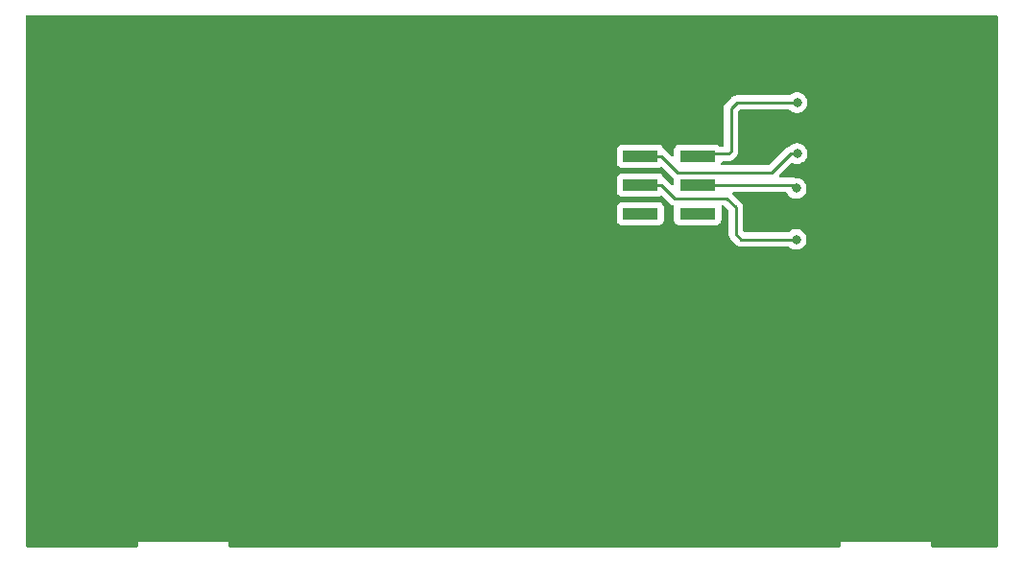
<source format=gbr>
G04 #@! TF.GenerationSoftware,KiCad,Pcbnew,(6.0.0)*
G04 #@! TF.CreationDate,2022-12-26T18:08:20+03:00*
G04 #@! TF.ProjectId,right,72696768-742e-46b6-9963-61645f706362,rev?*
G04 #@! TF.SameCoordinates,Original*
G04 #@! TF.FileFunction,Copper,L2,Bot*
G04 #@! TF.FilePolarity,Positive*
%FSLAX46Y46*%
G04 Gerber Fmt 4.6, Leading zero omitted, Abs format (unit mm)*
G04 Created by KiCad (PCBNEW (6.0.0)) date 2022-12-26 18:08:20*
%MOMM*%
%LPD*%
G01*
G04 APERTURE LIST*
G04 #@! TA.AperFunction,SMDPad,CuDef*
%ADD10R,3.150000X1.000000*%
G04 #@! TD*
G04 #@! TA.AperFunction,ViaPad*
%ADD11C,0.800000*%
G04 #@! TD*
G04 #@! TA.AperFunction,Conductor*
%ADD12C,0.250000*%
G04 #@! TD*
G04 APERTURE END LIST*
D10*
X181380000Y-82960000D03*
X176330000Y-82960000D03*
X181380000Y-85500000D03*
X176330000Y-85500000D03*
X181380000Y-88040000D03*
X176330000Y-88040000D03*
D11*
X190159999Y-78240001D03*
X190159999Y-82740001D03*
X190079999Y-85820001D03*
X190079999Y-90320001D03*
D12*
X182455000Y-82960000D02*
X182645000Y-82770000D01*
X181380000Y-82960000D02*
X182455000Y-82960000D01*
X182645000Y-82770000D02*
X184090000Y-82770000D01*
X184090000Y-82770000D02*
X184310000Y-82550000D01*
X184310000Y-82550000D02*
X184310000Y-78750000D01*
X184819999Y-78240001D02*
X190159999Y-78240001D01*
X184310000Y-78750000D02*
X184819999Y-78240001D01*
X189594314Y-82740001D02*
X187934315Y-84400000D01*
X190159999Y-82740001D02*
X189594314Y-82740001D01*
X178155000Y-82960000D02*
X176330000Y-82960000D01*
X187934315Y-84400000D02*
X179595000Y-84400000D01*
X179595000Y-84400000D02*
X178155000Y-82960000D01*
X189759998Y-85500000D02*
X190079999Y-85820001D01*
X181380000Y-85500000D02*
X189759998Y-85500000D01*
X185220001Y-90320001D02*
X190079999Y-90320001D01*
X178155000Y-85500000D02*
X179325000Y-86670000D01*
X176330000Y-85500000D02*
X178155000Y-85500000D01*
X183920000Y-86670000D02*
X184750000Y-87500000D01*
X184750000Y-87500000D02*
X184750000Y-89850000D01*
X179325000Y-86670000D02*
X183920000Y-86670000D01*
X184750000Y-89850000D02*
X185220001Y-90320001D01*
G04 #@! TA.AperFunction,NonConductor*
G36*
X207834121Y-70528002D02*
G01*
X207880614Y-70581658D01*
X207892000Y-70634000D01*
X207892000Y-117366000D01*
X207871998Y-117434121D01*
X207818342Y-117480614D01*
X207766000Y-117492000D01*
X202126000Y-117492000D01*
X202057879Y-117471998D01*
X202011386Y-117418342D01*
X202000000Y-117366000D01*
X202000000Y-117000000D01*
X194000000Y-117000000D01*
X194000000Y-117366000D01*
X193979998Y-117434121D01*
X193926342Y-117480614D01*
X193874000Y-117492000D01*
X140126000Y-117492000D01*
X140057879Y-117471998D01*
X140011386Y-117418342D01*
X140000000Y-117366000D01*
X140000000Y-117000000D01*
X132000000Y-117000000D01*
X132000000Y-117366000D01*
X131979998Y-117434121D01*
X131926342Y-117480614D01*
X131874000Y-117492000D01*
X122234000Y-117492000D01*
X122165879Y-117471998D01*
X122119386Y-117418342D01*
X122108000Y-117366000D01*
X122108000Y-88588134D01*
X174246500Y-88588134D01*
X174253255Y-88650316D01*
X174304385Y-88786705D01*
X174391739Y-88903261D01*
X174508295Y-88990615D01*
X174644684Y-89041745D01*
X174706866Y-89048500D01*
X177953134Y-89048500D01*
X178015316Y-89041745D01*
X178151705Y-88990615D01*
X178268261Y-88903261D01*
X178355615Y-88786705D01*
X178406745Y-88650316D01*
X178413500Y-88588134D01*
X178413500Y-87491866D01*
X178406745Y-87429684D01*
X178355615Y-87293295D01*
X178268261Y-87176739D01*
X178151705Y-87089385D01*
X178015316Y-87038255D01*
X177953134Y-87031500D01*
X174706866Y-87031500D01*
X174644684Y-87038255D01*
X174508295Y-87089385D01*
X174391739Y-87176739D01*
X174304385Y-87293295D01*
X174253255Y-87429684D01*
X174246500Y-87491866D01*
X174246500Y-88588134D01*
X122108000Y-88588134D01*
X122108000Y-86048134D01*
X174246500Y-86048134D01*
X174253255Y-86110316D01*
X174304385Y-86246705D01*
X174391739Y-86363261D01*
X174508295Y-86450615D01*
X174644684Y-86501745D01*
X174706866Y-86508500D01*
X177953134Y-86508500D01*
X178015316Y-86501745D01*
X178022712Y-86498973D01*
X178022718Y-86498971D01*
X178117934Y-86463276D01*
X178188741Y-86458093D01*
X178251258Y-86492163D01*
X178821348Y-87062253D01*
X178828888Y-87070539D01*
X178833000Y-87077018D01*
X178838777Y-87082443D01*
X178882651Y-87123643D01*
X178885493Y-87126398D01*
X178905230Y-87146135D01*
X178908427Y-87148615D01*
X178917447Y-87156318D01*
X178949679Y-87186586D01*
X178956625Y-87190405D01*
X178956628Y-87190407D01*
X178967434Y-87196348D01*
X178983953Y-87207199D01*
X178999959Y-87219614D01*
X179007228Y-87222759D01*
X179007232Y-87222762D01*
X179040537Y-87237174D01*
X179051187Y-87242391D01*
X179089940Y-87263695D01*
X179097615Y-87265666D01*
X179097616Y-87265666D01*
X179109562Y-87268733D01*
X179128267Y-87275137D01*
X179146855Y-87283181D01*
X179154678Y-87284420D01*
X179154688Y-87284423D01*
X179190524Y-87290099D01*
X179202141Y-87292504D01*
X179209289Y-87294339D01*
X179270297Y-87330652D01*
X179301988Y-87394183D01*
X179303222Y-87429988D01*
X179296500Y-87491866D01*
X179296500Y-88588134D01*
X179303255Y-88650316D01*
X179354385Y-88786705D01*
X179441739Y-88903261D01*
X179558295Y-88990615D01*
X179694684Y-89041745D01*
X179756866Y-89048500D01*
X183003134Y-89048500D01*
X183065316Y-89041745D01*
X183201705Y-88990615D01*
X183318261Y-88903261D01*
X183405615Y-88786705D01*
X183456745Y-88650316D01*
X183463500Y-88588134D01*
X183463500Y-87491866D01*
X183458203Y-87443107D01*
X183470731Y-87373226D01*
X183519051Y-87321210D01*
X183583466Y-87303500D01*
X183605406Y-87303500D01*
X183673527Y-87323502D01*
X183694501Y-87340405D01*
X184079595Y-87725499D01*
X184113621Y-87787811D01*
X184116500Y-87814594D01*
X184116500Y-89771233D01*
X184115973Y-89782416D01*
X184114298Y-89789909D01*
X184114547Y-89797835D01*
X184114547Y-89797836D01*
X184116438Y-89857986D01*
X184116500Y-89861945D01*
X184116500Y-89889856D01*
X184116997Y-89893790D01*
X184116997Y-89893791D01*
X184117005Y-89893856D01*
X184117938Y-89905693D01*
X184119327Y-89949889D01*
X184124978Y-89969339D01*
X184128987Y-89988700D01*
X184131526Y-90008797D01*
X184134445Y-90016168D01*
X184134445Y-90016170D01*
X184147804Y-90049912D01*
X184151649Y-90061142D01*
X184163982Y-90103593D01*
X184168015Y-90110412D01*
X184168017Y-90110417D01*
X184174293Y-90121028D01*
X184182988Y-90138776D01*
X184190448Y-90157617D01*
X184195110Y-90164033D01*
X184195110Y-90164034D01*
X184216436Y-90193387D01*
X184222952Y-90203307D01*
X184245458Y-90241362D01*
X184259779Y-90255683D01*
X184272619Y-90270716D01*
X184284528Y-90287107D01*
X184316354Y-90313436D01*
X184318593Y-90315288D01*
X184327374Y-90323278D01*
X184716354Y-90712259D01*
X184723888Y-90720538D01*
X184728001Y-90727019D01*
X184777652Y-90773644D01*
X184780494Y-90776399D01*
X184800231Y-90796136D01*
X184803428Y-90798616D01*
X184812448Y-90806319D01*
X184844680Y-90836587D01*
X184851626Y-90840406D01*
X184851629Y-90840408D01*
X184862435Y-90846349D01*
X184878954Y-90857200D01*
X184894960Y-90869615D01*
X184902229Y-90872760D01*
X184902233Y-90872763D01*
X184935538Y-90887175D01*
X184946188Y-90892392D01*
X184984941Y-90913696D01*
X184992616Y-90915667D01*
X184992617Y-90915667D01*
X185004563Y-90918734D01*
X185023268Y-90925138D01*
X185041856Y-90933182D01*
X185049679Y-90934421D01*
X185049689Y-90934424D01*
X185085525Y-90940100D01*
X185097145Y-90942506D01*
X185132290Y-90951529D01*
X185139971Y-90953501D01*
X185160225Y-90953501D01*
X185179935Y-90955052D01*
X185199944Y-90958221D01*
X185207836Y-90957475D01*
X185243962Y-90954060D01*
X185255820Y-90953501D01*
X189371799Y-90953501D01*
X189439920Y-90973503D01*
X189459146Y-90989844D01*
X189459419Y-90989541D01*
X189464331Y-90993964D01*
X189468746Y-90998867D01*
X189623247Y-91111119D01*
X189629275Y-91113803D01*
X189629277Y-91113804D01*
X189791680Y-91186110D01*
X189797711Y-91188795D01*
X189891112Y-91208648D01*
X189978055Y-91227129D01*
X189978060Y-91227129D01*
X189984512Y-91228501D01*
X190175486Y-91228501D01*
X190181938Y-91227129D01*
X190181943Y-91227129D01*
X190268887Y-91208648D01*
X190362287Y-91188795D01*
X190368318Y-91186110D01*
X190530721Y-91113804D01*
X190530723Y-91113803D01*
X190536751Y-91111119D01*
X190691252Y-90998867D01*
X190727850Y-90958221D01*
X190814620Y-90861853D01*
X190814621Y-90861852D01*
X190819039Y-90856945D01*
X190914526Y-90691557D01*
X190973541Y-90509929D01*
X190993503Y-90320001D01*
X190980701Y-90198192D01*
X190974231Y-90136636D01*
X190974231Y-90136634D01*
X190973541Y-90130073D01*
X190914526Y-89948445D01*
X190819039Y-89783057D01*
X190698870Y-89649595D01*
X190695674Y-89646046D01*
X190695673Y-89646045D01*
X190691252Y-89641135D01*
X190582587Y-89562185D01*
X190542093Y-89532764D01*
X190542092Y-89532763D01*
X190536751Y-89528883D01*
X190530723Y-89526199D01*
X190530721Y-89526198D01*
X190368318Y-89453892D01*
X190368317Y-89453892D01*
X190362287Y-89451207D01*
X190268886Y-89431354D01*
X190181943Y-89412873D01*
X190181938Y-89412873D01*
X190175486Y-89411501D01*
X189984512Y-89411501D01*
X189978060Y-89412873D01*
X189978055Y-89412873D01*
X189891112Y-89431354D01*
X189797711Y-89451207D01*
X189791681Y-89453892D01*
X189791680Y-89453892D01*
X189629277Y-89526198D01*
X189629275Y-89526199D01*
X189623247Y-89528883D01*
X189617906Y-89532763D01*
X189617905Y-89532764D01*
X189577411Y-89562185D01*
X189468746Y-89641135D01*
X189464331Y-89646038D01*
X189459419Y-89650461D01*
X189458294Y-89649212D01*
X189404985Y-89682052D01*
X189371799Y-89686501D01*
X185534596Y-89686501D01*
X185466475Y-89666499D01*
X185445499Y-89649595D01*
X185420403Y-89624498D01*
X185386379Y-89562185D01*
X185383500Y-89535404D01*
X185383500Y-87578767D01*
X185384027Y-87567584D01*
X185385702Y-87560091D01*
X185383562Y-87492014D01*
X185383500Y-87488055D01*
X185383500Y-87460144D01*
X185382995Y-87456144D01*
X185382062Y-87444301D01*
X185380922Y-87408029D01*
X185380673Y-87400110D01*
X185375022Y-87380658D01*
X185371014Y-87361306D01*
X185369467Y-87349063D01*
X185368474Y-87341203D01*
X185361466Y-87323502D01*
X185352200Y-87300097D01*
X185348355Y-87288870D01*
X185346702Y-87283181D01*
X185336018Y-87246407D01*
X185331984Y-87239585D01*
X185331981Y-87239579D01*
X185325706Y-87228968D01*
X185317010Y-87211218D01*
X185312472Y-87199756D01*
X185312469Y-87199751D01*
X185309552Y-87192383D01*
X185283573Y-87156625D01*
X185277057Y-87146707D01*
X185265046Y-87126398D01*
X185254542Y-87108637D01*
X185240218Y-87094313D01*
X185227376Y-87079278D01*
X185221385Y-87071032D01*
X185215472Y-87062893D01*
X185181406Y-87034711D01*
X185172627Y-87026722D01*
X184494500Y-86348595D01*
X184460474Y-86286283D01*
X184465539Y-86215468D01*
X184508086Y-86158632D01*
X184574606Y-86133821D01*
X184583595Y-86133500D01*
X189139207Y-86133500D01*
X189207328Y-86153502D01*
X189248326Y-86196500D01*
X189340959Y-86356945D01*
X189345377Y-86361852D01*
X189345378Y-86361853D01*
X189420450Y-86445229D01*
X189468746Y-86498867D01*
X189623247Y-86611119D01*
X189629275Y-86613803D01*
X189629277Y-86613804D01*
X189791680Y-86686110D01*
X189797711Y-86688795D01*
X189891111Y-86708648D01*
X189978055Y-86727129D01*
X189978060Y-86727129D01*
X189984512Y-86728501D01*
X190175486Y-86728501D01*
X190181938Y-86727129D01*
X190181943Y-86727129D01*
X190268887Y-86708648D01*
X190362287Y-86688795D01*
X190368318Y-86686110D01*
X190530721Y-86613804D01*
X190530723Y-86613803D01*
X190536751Y-86611119D01*
X190691252Y-86498867D01*
X190739548Y-86445229D01*
X190814620Y-86361853D01*
X190814621Y-86361852D01*
X190819039Y-86356945D01*
X190914526Y-86191557D01*
X190973541Y-86009929D01*
X190993503Y-85820001D01*
X190973541Y-85630073D01*
X190914526Y-85448445D01*
X190910462Y-85441405D01*
X190822340Y-85288775D01*
X190819039Y-85283057D01*
X190691252Y-85141135D01*
X190536751Y-85028883D01*
X190530723Y-85026199D01*
X190530721Y-85026198D01*
X190368318Y-84953892D01*
X190368317Y-84953892D01*
X190362287Y-84951207D01*
X190264714Y-84930467D01*
X190181943Y-84912873D01*
X190181938Y-84912873D01*
X190175486Y-84911501D01*
X190029517Y-84911501D01*
X189995394Y-84904991D01*
X189995057Y-84906305D01*
X189975435Y-84901267D01*
X189956732Y-84894863D01*
X189945418Y-84889967D01*
X189945417Y-84889967D01*
X189938143Y-84886819D01*
X189930320Y-84885580D01*
X189930310Y-84885577D01*
X189894474Y-84879901D01*
X189882854Y-84877495D01*
X189847709Y-84868472D01*
X189847708Y-84868472D01*
X189840028Y-84866500D01*
X189819774Y-84866500D01*
X189800063Y-84864949D01*
X189787884Y-84863020D01*
X189780055Y-84861780D01*
X189772163Y-84862526D01*
X189736037Y-84865941D01*
X189724179Y-84866500D01*
X188667909Y-84866500D01*
X188599788Y-84846498D01*
X188553295Y-84792842D01*
X188543191Y-84722568D01*
X188572685Y-84657988D01*
X188578814Y-84651405D01*
X189639144Y-83591076D01*
X189701456Y-83557050D01*
X189772272Y-83562115D01*
X189779487Y-83565064D01*
X189871676Y-83606109D01*
X189871684Y-83606112D01*
X189877711Y-83608795D01*
X189942508Y-83622568D01*
X190058055Y-83647129D01*
X190058060Y-83647129D01*
X190064512Y-83648501D01*
X190255486Y-83648501D01*
X190261938Y-83647129D01*
X190261943Y-83647129D01*
X190377490Y-83622568D01*
X190442287Y-83608795D01*
X190482085Y-83591076D01*
X190610721Y-83533804D01*
X190610723Y-83533803D01*
X190616751Y-83531119D01*
X190643712Y-83511531D01*
X190672156Y-83490865D01*
X190771252Y-83418867D01*
X190785033Y-83403562D01*
X190894620Y-83281853D01*
X190894621Y-83281852D01*
X190899039Y-83276945D01*
X190994526Y-83111557D01*
X191053541Y-82929929D01*
X191055892Y-82907566D01*
X191072813Y-82746566D01*
X191073503Y-82740001D01*
X191056464Y-82577886D01*
X191054231Y-82556636D01*
X191054231Y-82556634D01*
X191053541Y-82550073D01*
X190994526Y-82368445D01*
X190979423Y-82342285D01*
X190940303Y-82274529D01*
X190899039Y-82203057D01*
X190882881Y-82185111D01*
X190775674Y-82066046D01*
X190775673Y-82066045D01*
X190771252Y-82061135D01*
X190672156Y-81989137D01*
X190622093Y-81952764D01*
X190622092Y-81952763D01*
X190616751Y-81948883D01*
X190610723Y-81946199D01*
X190610721Y-81946198D01*
X190448318Y-81873892D01*
X190448317Y-81873892D01*
X190442287Y-81871207D01*
X190348886Y-81851354D01*
X190261943Y-81832873D01*
X190261938Y-81832873D01*
X190255486Y-81831501D01*
X190064512Y-81831501D01*
X190058060Y-81832873D01*
X190058055Y-81832873D01*
X189971111Y-81851354D01*
X189877711Y-81871207D01*
X189871681Y-81873892D01*
X189871680Y-81873892D01*
X189709277Y-81946198D01*
X189709275Y-81946199D01*
X189703247Y-81948883D01*
X189697906Y-81952763D01*
X189697905Y-81952764D01*
X189624312Y-82006233D01*
X189548746Y-82061135D01*
X189544332Y-82066037D01*
X189544331Y-82066038D01*
X189533276Y-82078316D01*
X189472830Y-82115555D01*
X189455445Y-82119009D01*
X189435517Y-82121527D01*
X189428148Y-82124444D01*
X189428146Y-82124445D01*
X189394411Y-82137801D01*
X189383183Y-82141646D01*
X189340721Y-82153983D01*
X189333898Y-82158018D01*
X189333896Y-82158019D01*
X189323286Y-82164294D01*
X189305538Y-82172989D01*
X189286697Y-82180449D01*
X189280281Y-82185111D01*
X189280280Y-82185111D01*
X189250927Y-82206437D01*
X189241007Y-82212953D01*
X189209779Y-82231421D01*
X189209776Y-82231423D01*
X189202952Y-82235459D01*
X189188631Y-82249780D01*
X189173598Y-82262620D01*
X189157207Y-82274529D01*
X189152156Y-82280635D01*
X189129016Y-82308606D01*
X189121026Y-82317385D01*
X187708815Y-83729595D01*
X187646503Y-83763621D01*
X187619720Y-83766500D01*
X183564997Y-83766500D01*
X183496876Y-83746498D01*
X183450383Y-83692842D01*
X183440279Y-83622568D01*
X183447014Y-83596274D01*
X183456745Y-83570316D01*
X183457598Y-83562464D01*
X183457599Y-83562460D01*
X183462657Y-83515893D01*
X183489899Y-83450331D01*
X183548261Y-83409904D01*
X183587920Y-83403500D01*
X184011233Y-83403500D01*
X184022416Y-83404027D01*
X184029909Y-83405702D01*
X184037835Y-83405453D01*
X184037836Y-83405453D01*
X184097986Y-83403562D01*
X184101945Y-83403500D01*
X184129856Y-83403500D01*
X184133791Y-83403003D01*
X184133856Y-83402995D01*
X184145693Y-83402062D01*
X184177951Y-83401048D01*
X184181970Y-83400922D01*
X184189889Y-83400673D01*
X184209343Y-83395021D01*
X184228700Y-83391013D01*
X184240930Y-83389468D01*
X184240931Y-83389468D01*
X184248797Y-83388474D01*
X184256168Y-83385555D01*
X184256170Y-83385555D01*
X184289912Y-83372196D01*
X184301142Y-83368351D01*
X184335983Y-83358229D01*
X184335984Y-83358229D01*
X184343593Y-83356018D01*
X184350412Y-83351985D01*
X184350417Y-83351983D01*
X184361028Y-83345707D01*
X184378776Y-83337012D01*
X184397617Y-83329552D01*
X184433387Y-83303564D01*
X184443307Y-83297048D01*
X184474535Y-83278580D01*
X184474538Y-83278578D01*
X184481362Y-83274542D01*
X184495686Y-83260218D01*
X184510713Y-83247383D01*
X184527107Y-83235472D01*
X184555292Y-83201403D01*
X184563280Y-83192625D01*
X184702256Y-83053648D01*
X184710538Y-83046112D01*
X184717018Y-83042000D01*
X184731928Y-83026123D01*
X184763644Y-82992348D01*
X184766399Y-82989506D01*
X184786135Y-82969770D01*
X184788615Y-82966573D01*
X184796320Y-82957551D01*
X184821159Y-82931100D01*
X184826586Y-82925321D01*
X184830405Y-82918375D01*
X184830407Y-82918372D01*
X184836348Y-82907566D01*
X184847199Y-82891047D01*
X184854758Y-82881301D01*
X184859614Y-82875041D01*
X184862759Y-82867772D01*
X184862762Y-82867768D01*
X184877174Y-82834463D01*
X184882391Y-82823813D01*
X184903695Y-82785060D01*
X184908733Y-82765437D01*
X184915137Y-82746734D01*
X184920033Y-82735420D01*
X184920033Y-82735419D01*
X184923181Y-82728145D01*
X184924420Y-82720322D01*
X184924423Y-82720312D01*
X184930099Y-82684476D01*
X184932505Y-82672856D01*
X184941528Y-82637711D01*
X184941528Y-82637710D01*
X184943500Y-82630030D01*
X184943500Y-82609776D01*
X184945051Y-82590065D01*
X184946980Y-82577886D01*
X184948220Y-82570057D01*
X184944059Y-82526038D01*
X184943500Y-82514181D01*
X184943500Y-79064594D01*
X184963502Y-78996473D01*
X184980405Y-78975499D01*
X185045498Y-78910406D01*
X185107810Y-78876380D01*
X185134593Y-78873501D01*
X189451799Y-78873501D01*
X189519920Y-78893503D01*
X189539146Y-78909844D01*
X189539419Y-78909541D01*
X189544331Y-78913964D01*
X189548746Y-78918867D01*
X189703247Y-79031119D01*
X189709275Y-79033803D01*
X189709277Y-79033804D01*
X189778433Y-79064594D01*
X189877711Y-79108795D01*
X189971112Y-79128648D01*
X190058055Y-79147129D01*
X190058060Y-79147129D01*
X190064512Y-79148501D01*
X190255486Y-79148501D01*
X190261938Y-79147129D01*
X190261943Y-79147129D01*
X190348886Y-79128648D01*
X190442287Y-79108795D01*
X190541565Y-79064594D01*
X190610721Y-79033804D01*
X190610723Y-79033803D01*
X190616751Y-79031119D01*
X190771252Y-78918867D01*
X190794090Y-78893503D01*
X190894620Y-78781853D01*
X190894621Y-78781852D01*
X190899039Y-78776945D01*
X190985527Y-78627144D01*
X190991222Y-78617280D01*
X190991223Y-78617279D01*
X190994526Y-78611557D01*
X191053541Y-78429929D01*
X191054722Y-78418699D01*
X191072813Y-78246566D01*
X191073503Y-78240001D01*
X191053541Y-78050073D01*
X190994526Y-77868445D01*
X190899039Y-77703057D01*
X190882880Y-77685110D01*
X190775674Y-77566046D01*
X190775673Y-77566045D01*
X190771252Y-77561135D01*
X190616751Y-77448883D01*
X190610723Y-77446199D01*
X190610721Y-77446198D01*
X190448318Y-77373892D01*
X190448317Y-77373892D01*
X190442287Y-77371207D01*
X190348886Y-77351354D01*
X190261943Y-77332873D01*
X190261938Y-77332873D01*
X190255486Y-77331501D01*
X190064512Y-77331501D01*
X190058060Y-77332873D01*
X190058055Y-77332873D01*
X189971112Y-77351354D01*
X189877711Y-77371207D01*
X189871681Y-77373892D01*
X189871680Y-77373892D01*
X189709277Y-77446198D01*
X189709275Y-77446199D01*
X189703247Y-77448883D01*
X189548746Y-77561135D01*
X189544331Y-77566038D01*
X189539419Y-77570461D01*
X189538294Y-77569212D01*
X189484985Y-77602052D01*
X189451799Y-77606501D01*
X184898767Y-77606501D01*
X184887584Y-77605974D01*
X184880091Y-77604299D01*
X184872165Y-77604548D01*
X184872164Y-77604548D01*
X184812001Y-77606439D01*
X184808043Y-77606501D01*
X184780143Y-77606501D01*
X184776153Y-77607005D01*
X184764319Y-77607937D01*
X184720110Y-77609327D01*
X184712494Y-77611540D01*
X184712492Y-77611540D01*
X184700651Y-77614980D01*
X184681292Y-77618989D01*
X184679982Y-77619155D01*
X184661202Y-77621527D01*
X184653836Y-77624443D01*
X184653830Y-77624445D01*
X184620097Y-77637801D01*
X184608867Y-77641646D01*
X184574016Y-77651771D01*
X184566406Y-77653982D01*
X184559583Y-77658017D01*
X184548965Y-77664296D01*
X184531212Y-77672993D01*
X184523567Y-77676020D01*
X184512382Y-77680449D01*
X184505967Y-77685110D01*
X184476611Y-77706438D01*
X184466694Y-77712952D01*
X184428637Y-77735459D01*
X184414316Y-77749780D01*
X184399283Y-77762620D01*
X184382892Y-77774529D01*
X184356515Y-77806414D01*
X184354711Y-77808594D01*
X184346721Y-77817375D01*
X183917742Y-78246353D01*
X183909463Y-78253887D01*
X183902982Y-78258000D01*
X183856357Y-78307651D01*
X183853602Y-78310493D01*
X183833865Y-78330230D01*
X183831385Y-78333427D01*
X183823682Y-78342447D01*
X183793414Y-78374679D01*
X183789595Y-78381625D01*
X183789593Y-78381628D01*
X183783652Y-78392434D01*
X183772801Y-78408953D01*
X183760386Y-78424959D01*
X183757241Y-78432228D01*
X183757238Y-78432232D01*
X183742826Y-78465537D01*
X183737609Y-78476187D01*
X183716305Y-78514940D01*
X183714334Y-78522615D01*
X183714334Y-78522616D01*
X183711267Y-78534562D01*
X183704863Y-78553266D01*
X183696819Y-78571855D01*
X183695580Y-78579678D01*
X183695577Y-78579688D01*
X183689901Y-78615524D01*
X183687495Y-78627144D01*
X183676500Y-78669970D01*
X183676500Y-78690224D01*
X183674949Y-78709934D01*
X183671780Y-78729943D01*
X183672526Y-78737835D01*
X183675941Y-78773961D01*
X183676500Y-78785819D01*
X183676500Y-82010500D01*
X183656498Y-82078621D01*
X183602842Y-82125114D01*
X183550500Y-82136500D01*
X183408413Y-82136500D01*
X183340292Y-82116498D01*
X183322054Y-82101800D01*
X183318261Y-82096739D01*
X183201705Y-82009385D01*
X183065316Y-81958255D01*
X183003134Y-81951500D01*
X179756866Y-81951500D01*
X179694684Y-81958255D01*
X179558295Y-82009385D01*
X179441739Y-82096739D01*
X179354385Y-82213295D01*
X179303255Y-82349684D01*
X179296500Y-82411866D01*
X179296500Y-82901405D01*
X179276498Y-82969526D01*
X179222842Y-83016019D01*
X179152568Y-83026123D01*
X179087988Y-82996629D01*
X179081405Y-82990500D01*
X178658652Y-82567747D01*
X178651112Y-82559461D01*
X178647000Y-82552982D01*
X178597348Y-82506356D01*
X178594507Y-82503602D01*
X178574770Y-82483865D01*
X178571573Y-82481385D01*
X178562551Y-82473680D01*
X178536100Y-82448841D01*
X178530321Y-82443414D01*
X178523375Y-82439595D01*
X178523372Y-82439593D01*
X178512566Y-82433652D01*
X178496047Y-82422801D01*
X178486354Y-82415283D01*
X178480041Y-82410386D01*
X178468857Y-82405546D01*
X178466278Y-82403400D01*
X178465943Y-82403202D01*
X178465975Y-82403148D01*
X178414284Y-82360135D01*
X178400918Y-82334140D01*
X178358767Y-82221703D01*
X178355615Y-82213295D01*
X178268261Y-82096739D01*
X178151705Y-82009385D01*
X178015316Y-81958255D01*
X177953134Y-81951500D01*
X174706866Y-81951500D01*
X174644684Y-81958255D01*
X174508295Y-82009385D01*
X174391739Y-82096739D01*
X174304385Y-82213295D01*
X174253255Y-82349684D01*
X174246500Y-82411866D01*
X174246500Y-83508134D01*
X174253255Y-83570316D01*
X174304385Y-83706705D01*
X174391739Y-83823261D01*
X174508295Y-83910615D01*
X174644684Y-83961745D01*
X174706866Y-83968500D01*
X177953134Y-83968500D01*
X178015316Y-83961745D01*
X178117935Y-83923275D01*
X178188740Y-83918092D01*
X178251258Y-83952162D01*
X179091343Y-84792247D01*
X179098887Y-84800537D01*
X179103000Y-84807018D01*
X179108777Y-84812443D01*
X179152667Y-84853658D01*
X179155509Y-84856413D01*
X179175231Y-84876135D01*
X179178355Y-84878558D01*
X179178359Y-84878562D01*
X179178424Y-84878612D01*
X179187445Y-84886317D01*
X179219679Y-84916586D01*
X179226627Y-84920405D01*
X179226629Y-84920407D01*
X179231200Y-84922920D01*
X179281259Y-84973264D01*
X179296500Y-85033335D01*
X179296500Y-85441405D01*
X179276498Y-85509526D01*
X179222842Y-85556019D01*
X179152568Y-85566123D01*
X179087988Y-85536629D01*
X179081404Y-85530500D01*
X178658647Y-85107742D01*
X178651113Y-85099463D01*
X178647000Y-85092982D01*
X178597348Y-85046356D01*
X178594507Y-85043602D01*
X178574770Y-85023865D01*
X178571573Y-85021385D01*
X178562551Y-85013680D01*
X178536100Y-84988841D01*
X178530321Y-84983414D01*
X178523375Y-84979595D01*
X178523372Y-84979593D01*
X178512566Y-84973652D01*
X178496047Y-84962801D01*
X178486354Y-84955283D01*
X178480041Y-84950386D01*
X178468857Y-84945546D01*
X178466278Y-84943400D01*
X178465943Y-84943202D01*
X178465975Y-84943148D01*
X178414284Y-84900135D01*
X178400918Y-84874140D01*
X178358767Y-84761703D01*
X178355615Y-84753295D01*
X178268261Y-84636739D01*
X178151705Y-84549385D01*
X178015316Y-84498255D01*
X177953134Y-84491500D01*
X174706866Y-84491500D01*
X174644684Y-84498255D01*
X174508295Y-84549385D01*
X174391739Y-84636739D01*
X174304385Y-84753295D01*
X174253255Y-84889684D01*
X174246500Y-84951866D01*
X174246500Y-86048134D01*
X122108000Y-86048134D01*
X122108000Y-70634000D01*
X122128002Y-70565879D01*
X122181658Y-70519386D01*
X122234000Y-70508000D01*
X207766000Y-70508000D01*
X207834121Y-70528002D01*
G37*
G04 #@! TD.AperFunction*
M02*

</source>
